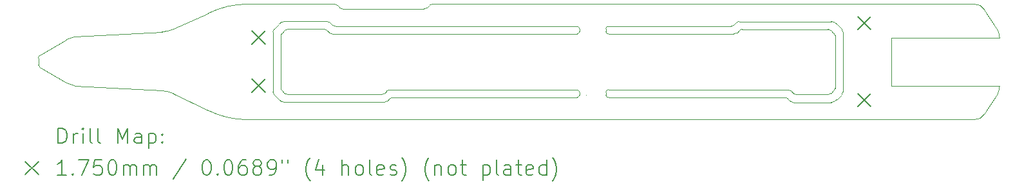
<source format=gbr>
%TF.GenerationSoftware,KiCad,Pcbnew,8.0.6*%
%TF.CreationDate,2024-11-19T14:30:18-08:00*%
%TF.ProjectId,V5ProbeTop,56355072-6f62-4655-946f-702e6b696361,rev?*%
%TF.SameCoordinates,Original*%
%TF.FileFunction,Drillmap*%
%TF.FilePolarity,Positive*%
%FSLAX45Y45*%
G04 Gerber Fmt 4.5, Leading zero omitted, Abs format (unit mm)*
G04 Created by KiCad (PCBNEW 8.0.6) date 2024-11-19 14:30:18*
%MOMM*%
%LPD*%
G01*
G04 APERTURE LIST*
%ADD10C,0.001000*%
%ADD11C,0.200000*%
%ADD12C,0.175000*%
G04 APERTURE END LIST*
D10*
X17080353Y-9088698D02*
G75*
G02*
X17118479Y-9101432I1817J-58002D01*
G01*
X18478500Y-8301156D02*
X18478500Y-8618656D01*
X10502765Y-9152056D02*
G75*
G02*
X10426716Y-9113972I5265J105486D01*
G01*
X11851238Y-9137231D02*
G75*
G02*
X11816147Y-9152054I-34228J32081D01*
G01*
X17689868Y-8085398D02*
G75*
G02*
X17765900Y-8123472I-5268J-105472D01*
G01*
X17189595Y-9152198D02*
G75*
G02*
X17154391Y-9137344I-935J46928D01*
G01*
X17730281Y-8246598D02*
X17686796Y-8203113D01*
X17740331Y-8967788D02*
G75*
G02*
X17730182Y-8991096I-33191J588D01*
G01*
X17842331Y-8222998D02*
X17842131Y-8618798D01*
X10462383Y-8246423D02*
X10505909Y-8202897D01*
X17740331Y-8621798D02*
X17740331Y-8619798D01*
X11063156Y-8085256D02*
X10502670Y-8085256D01*
X10452300Y-8615656D02*
X10452300Y-8967695D01*
X10462347Y-8990853D02*
G75*
G02*
X10452296Y-8967695I23093J23783D01*
G01*
X10462347Y-8990853D02*
X10505920Y-9034426D01*
X16477586Y-8085398D02*
X17689868Y-8085398D01*
X17118453Y-8987051D02*
X14758840Y-8986909D01*
X7634687Y-8324011D02*
G75*
G02*
X7745187Y-8287575I140933J-241629D01*
G01*
X17765903Y-8123470D02*
X17827612Y-8185178D01*
X10350300Y-8222654D02*
X10350500Y-8618656D01*
X19902879Y-8936156D02*
G75*
G02*
X19877450Y-9037807I-184169J-7934D01*
G01*
X17827612Y-8185178D02*
G75*
G02*
X17842332Y-8222998I-35652J-35652D01*
G01*
X10452300Y-8617656D02*
X10452300Y-8615656D01*
X16480642Y-8201869D02*
X16444683Y-8237829D01*
X19572904Y-7856656D02*
X12440363Y-7856656D01*
X16442541Y-8100224D02*
G75*
G02*
X16477586Y-8085398I34229J-32076D01*
G01*
X17730182Y-8991096D02*
X17686729Y-9034550D01*
X11172402Y-8148756D02*
X14345584Y-8148898D01*
X14725397Y-8216358D02*
X14725397Y-8182790D01*
X17647430Y-8187045D02*
G75*
G02*
X17686794Y-8203115I0J-56245D01*
G01*
X7289237Y-8692315D02*
G75*
G02*
X7266382Y-8659257I17653J36635D01*
G01*
X17765946Y-9114083D02*
G75*
G02*
X17689941Y-9152201I-81366J67403D01*
G01*
X10025090Y-7856656D02*
X11161324Y-7856656D01*
X17227695Y-9050551D02*
X17647430Y-9050551D01*
X18478500Y-8936156D02*
X19902879Y-8936156D01*
X12407076Y-7871439D02*
X12371060Y-7907455D01*
X11134306Y-8250403D02*
G75*
G02*
X11096169Y-8237659I-1826J57973D01*
G01*
X17118453Y-8987051D02*
G75*
G02*
X17156585Y-8999788I1817J-58009D01*
G01*
X11058084Y-8199571D02*
X11096170Y-8237657D01*
X11134306Y-8250403D02*
X14345582Y-8250545D01*
X17154392Y-9137343D02*
X17118480Y-9101431D01*
X14379466Y-9054670D02*
X14379466Y-9020892D01*
X19877482Y-8199560D02*
G75*
G02*
X19902878Y-8301156I-158812J-93670D01*
G01*
X12371060Y-7907455D02*
G75*
G02*
X12336639Y-7920156I-36300J45385D01*
G01*
X17080353Y-9088698D02*
X14759379Y-9088556D01*
X14379566Y-8216660D02*
G75*
G02*
X14345582Y-8250539I-33879J0D01*
G01*
X17686729Y-9034550D02*
G75*
G02*
X17647430Y-9050553I-39299J40250D01*
G01*
X17647430Y-9050550D02*
X17647430Y-9050551D01*
X14759381Y-8250545D02*
G75*
G02*
X14725402Y-8216358I-5J33975D01*
G01*
X11268693Y-7920156D02*
X12336639Y-7920156D01*
X17842331Y-9014803D02*
G75*
G02*
X17827614Y-9052414I-50341J-1987D01*
G01*
X14345584Y-8148898D02*
G75*
G02*
X14379568Y-8182881I-8J-33992D01*
G01*
X11925206Y-9088556D02*
X14345482Y-9088556D01*
X14345482Y-8986909D02*
G75*
G02*
X14379467Y-9020892I-6J-33991D01*
G01*
X14725397Y-8182790D02*
G75*
G02*
X14759380Y-8148891I33909J-10D01*
G01*
X9500646Y-9259974D02*
X9041850Y-9035221D01*
X16515757Y-8187045D02*
X17647430Y-8187045D01*
X11887199Y-9101271D02*
G75*
G02*
X11925206Y-9088558I36261J-45239D01*
G01*
X10505909Y-8202897D02*
G75*
G02*
X10545200Y-8186903I39291J-40263D01*
G01*
X16406460Y-8250545D02*
X14759381Y-8250545D01*
X17730281Y-8246598D02*
G75*
G02*
X17740331Y-8269932I-23081J-23772D01*
G01*
X11063156Y-8085256D02*
G75*
G02*
X11096200Y-8097940I944J-46924D01*
G01*
X10426684Y-8123372D02*
X10364670Y-8185386D01*
X16480642Y-8201869D02*
G75*
G02*
X16515757Y-8187049I34238J-32111D01*
G01*
X11851238Y-9137231D02*
X11887199Y-9101271D01*
X11172402Y-8148756D02*
G75*
G02*
X11134274Y-8136015I-1812J57996D01*
G01*
X7289194Y-8529783D02*
X7634687Y-8324011D01*
X17740331Y-8619798D02*
X17740331Y-8967788D01*
X19902880Y-8301156D02*
X18478500Y-8301156D01*
X11096200Y-8097940D02*
X11134274Y-8136015D01*
X7266379Y-8570035D02*
X7266379Y-8659257D01*
X10545200Y-9050409D02*
G75*
G02*
X10505920Y-9034426I0J56259D01*
G01*
X17765946Y-9114083D02*
X17827614Y-9052414D01*
X10350300Y-9014640D02*
X10350500Y-8618656D01*
X19702442Y-9310936D02*
X19877448Y-9037806D01*
X9500668Y-7977327D02*
X9041843Y-8186854D01*
X8891971Y-8999656D02*
G75*
G02*
X9041850Y-9035220I-17941J-409205D01*
G01*
X7289237Y-8692315D02*
X7634548Y-8897977D01*
X19572904Y-7856656D02*
G75*
G02*
X19702520Y-7926507I5626J-144744D01*
G01*
X14725397Y-9020800D02*
X14725397Y-9054211D01*
X8891971Y-8999656D02*
X7745167Y-8934496D01*
X10426684Y-8123372D02*
G75*
G02*
X10502670Y-8085256I81366J-67408D01*
G01*
X14470211Y-9054211D02*
X14470211Y-9054211D01*
X9500668Y-7977327D02*
G75*
G02*
X10025090Y-7856656I511482J-1022963D01*
G01*
X16442541Y-8100224D02*
X16406583Y-8136182D01*
X11849099Y-8999624D02*
G75*
G02*
X11887204Y-8986911I36271J-45256D01*
G01*
X10452300Y-8269663D02*
G75*
G02*
X10462382Y-8246423I33180J-587D01*
G01*
X16368447Y-8148898D02*
X14759380Y-8148898D01*
X16406583Y-8136182D02*
G75*
G02*
X16368447Y-8148898I-36293J45302D01*
G01*
X10365022Y-9052278D02*
G75*
G02*
X10350299Y-9014640I35608J35628D01*
G01*
X14379566Y-8182881D02*
X14379566Y-8216660D01*
X17842331Y-9014803D02*
X17842131Y-8618798D01*
X11778002Y-9050409D02*
X10545200Y-9050409D01*
X19702442Y-9310936D02*
G75*
G02*
X19572992Y-9380656I-123892J74996D01*
G01*
X17740331Y-8621798D02*
X17740331Y-8269932D01*
X7266379Y-8570035D02*
G75*
G02*
X7289193Y-8529779I40511J3635D01*
G01*
X11194700Y-7871556D02*
X11230590Y-7907447D01*
X12407076Y-7871439D02*
G75*
G02*
X12440363Y-7856656I34174J-32081D01*
G01*
X11887205Y-8986909D02*
X14345482Y-8986909D01*
X11268693Y-7920156D02*
G75*
G02*
X11230589Y-7907448I-1813J58046D01*
G01*
X17192471Y-9035676D02*
X17156584Y-8999789D01*
X19572992Y-9380656D02*
X10011840Y-9380656D01*
X18478500Y-8618656D02*
X18478500Y-8936156D01*
X9041843Y-8186854D02*
G75*
G02*
X8891916Y-8222418I-167833J373724D01*
G01*
X17189595Y-9152198D02*
X17689941Y-9152198D01*
X10011840Y-9380656D02*
G75*
G02*
X9500647Y-9259972I10J1143036D01*
G01*
X11813138Y-9035585D02*
G75*
G02*
X11778002Y-9050408I-34248J32125D01*
G01*
X14379466Y-9054670D02*
G75*
G02*
X14345482Y-9088559I-33889J0D01*
G01*
X11813138Y-9035585D02*
X11849099Y-8999624D01*
X10426716Y-9113972D02*
X10365022Y-9052278D01*
X11026939Y-8186903D02*
G75*
G02*
X11058084Y-8199571I-939J-46927D01*
G01*
X19702524Y-7926504D02*
X19877482Y-8199560D01*
X11161324Y-7856656D02*
G75*
G02*
X11194699Y-7871557I-954J-46964D01*
G01*
X10452300Y-8617656D02*
X10452300Y-8269663D01*
X14725397Y-9020800D02*
G75*
G02*
X14758840Y-8986904I33899J0D01*
G01*
X16444683Y-8237829D02*
G75*
G02*
X16406460Y-8250547I-36303J45309D01*
G01*
X11026939Y-8186903D02*
X10545200Y-8186903D01*
X17227695Y-9050551D02*
G75*
G02*
X17192471Y-9035676I-935J46931D01*
G01*
X10545200Y-8186903D02*
X10545200Y-8186903D01*
X7745167Y-8934496D02*
G75*
G02*
X7634547Y-8897979I30453J278056D01*
G01*
X8891916Y-8222419D02*
X7745187Y-8287575D01*
X11816147Y-9152056D02*
X10502765Y-9152056D01*
X10350300Y-8222654D02*
G75*
G02*
X10364672Y-8185387I50360J1985D01*
G01*
X14759379Y-9088556D02*
G75*
G02*
X14725402Y-9054211I-3J33976D01*
G01*
D11*
D12*
X10074079Y-8209646D02*
X10249079Y-8384646D01*
X10249079Y-8209646D02*
X10074079Y-8384646D01*
X10074079Y-8844646D02*
X10249079Y-9019646D01*
X10249079Y-8844646D02*
X10074079Y-9019646D01*
X18037379Y-8019146D02*
X18212379Y-8194146D01*
X18212379Y-8019146D02*
X18037379Y-8194146D01*
X18037379Y-9035146D02*
X18212379Y-9210146D01*
X18212379Y-9035146D02*
X18037379Y-9210146D01*
D11*
X7526943Y-9692297D02*
X7526943Y-9492297D01*
X7526943Y-9492297D02*
X7574562Y-9492297D01*
X7574562Y-9492297D02*
X7603134Y-9501820D01*
X7603134Y-9501820D02*
X7622182Y-9520868D01*
X7622182Y-9520868D02*
X7631705Y-9539916D01*
X7631705Y-9539916D02*
X7641229Y-9578011D01*
X7641229Y-9578011D02*
X7641229Y-9606582D01*
X7641229Y-9606582D02*
X7631705Y-9644677D01*
X7631705Y-9644677D02*
X7622182Y-9663725D01*
X7622182Y-9663725D02*
X7603134Y-9682773D01*
X7603134Y-9682773D02*
X7574562Y-9692297D01*
X7574562Y-9692297D02*
X7526943Y-9692297D01*
X7726943Y-9692297D02*
X7726943Y-9558963D01*
X7726943Y-9597058D02*
X7736467Y-9578011D01*
X7736467Y-9578011D02*
X7745991Y-9568487D01*
X7745991Y-9568487D02*
X7765039Y-9558963D01*
X7765039Y-9558963D02*
X7784086Y-9558963D01*
X7850753Y-9692297D02*
X7850753Y-9558963D01*
X7850753Y-9492297D02*
X7841229Y-9501820D01*
X7841229Y-9501820D02*
X7850753Y-9511344D01*
X7850753Y-9511344D02*
X7860277Y-9501820D01*
X7860277Y-9501820D02*
X7850753Y-9492297D01*
X7850753Y-9492297D02*
X7850753Y-9511344D01*
X7974562Y-9692297D02*
X7955515Y-9682773D01*
X7955515Y-9682773D02*
X7945991Y-9663725D01*
X7945991Y-9663725D02*
X7945991Y-9492297D01*
X8079324Y-9692297D02*
X8060277Y-9682773D01*
X8060277Y-9682773D02*
X8050753Y-9663725D01*
X8050753Y-9663725D02*
X8050753Y-9492297D01*
X8307896Y-9692297D02*
X8307896Y-9492297D01*
X8307896Y-9492297D02*
X8374563Y-9635154D01*
X8374563Y-9635154D02*
X8441229Y-9492297D01*
X8441229Y-9492297D02*
X8441229Y-9692297D01*
X8622182Y-9692297D02*
X8622182Y-9587535D01*
X8622182Y-9587535D02*
X8612658Y-9568487D01*
X8612658Y-9568487D02*
X8593610Y-9558963D01*
X8593610Y-9558963D02*
X8555515Y-9558963D01*
X8555515Y-9558963D02*
X8536467Y-9568487D01*
X8622182Y-9682773D02*
X8603134Y-9692297D01*
X8603134Y-9692297D02*
X8555515Y-9692297D01*
X8555515Y-9692297D02*
X8536467Y-9682773D01*
X8536467Y-9682773D02*
X8526944Y-9663725D01*
X8526944Y-9663725D02*
X8526944Y-9644677D01*
X8526944Y-9644677D02*
X8536467Y-9625630D01*
X8536467Y-9625630D02*
X8555515Y-9616106D01*
X8555515Y-9616106D02*
X8603134Y-9616106D01*
X8603134Y-9616106D02*
X8622182Y-9606582D01*
X8717420Y-9558963D02*
X8717420Y-9758963D01*
X8717420Y-9568487D02*
X8736467Y-9558963D01*
X8736467Y-9558963D02*
X8774563Y-9558963D01*
X8774563Y-9558963D02*
X8793610Y-9568487D01*
X8793610Y-9568487D02*
X8803134Y-9578011D01*
X8803134Y-9578011D02*
X8812658Y-9597058D01*
X8812658Y-9597058D02*
X8812658Y-9654201D01*
X8812658Y-9654201D02*
X8803134Y-9673249D01*
X8803134Y-9673249D02*
X8793610Y-9682773D01*
X8793610Y-9682773D02*
X8774563Y-9692297D01*
X8774563Y-9692297D02*
X8736467Y-9692297D01*
X8736467Y-9692297D02*
X8717420Y-9682773D01*
X8898372Y-9673249D02*
X8907896Y-9682773D01*
X8907896Y-9682773D02*
X8898372Y-9692297D01*
X8898372Y-9692297D02*
X8888848Y-9682773D01*
X8888848Y-9682773D02*
X8898372Y-9673249D01*
X8898372Y-9673249D02*
X8898372Y-9692297D01*
X8898372Y-9568487D02*
X8907896Y-9578011D01*
X8907896Y-9578011D02*
X8898372Y-9587535D01*
X8898372Y-9587535D02*
X8888848Y-9578011D01*
X8888848Y-9578011D02*
X8898372Y-9568487D01*
X8898372Y-9568487D02*
X8898372Y-9587535D01*
D12*
X7091167Y-9933313D02*
X7266167Y-10108313D01*
X7266167Y-9933313D02*
X7091167Y-10108313D01*
D11*
X7631705Y-10112297D02*
X7517420Y-10112297D01*
X7574562Y-10112297D02*
X7574562Y-9912297D01*
X7574562Y-9912297D02*
X7555515Y-9940868D01*
X7555515Y-9940868D02*
X7536467Y-9959916D01*
X7536467Y-9959916D02*
X7517420Y-9969439D01*
X7717420Y-10093249D02*
X7726943Y-10102773D01*
X7726943Y-10102773D02*
X7717420Y-10112297D01*
X7717420Y-10112297D02*
X7707896Y-10102773D01*
X7707896Y-10102773D02*
X7717420Y-10093249D01*
X7717420Y-10093249D02*
X7717420Y-10112297D01*
X7793610Y-9912297D02*
X7926943Y-9912297D01*
X7926943Y-9912297D02*
X7841229Y-10112297D01*
X8098372Y-9912297D02*
X8003134Y-9912297D01*
X8003134Y-9912297D02*
X7993610Y-10007535D01*
X7993610Y-10007535D02*
X8003134Y-9998011D01*
X8003134Y-9998011D02*
X8022182Y-9988487D01*
X8022182Y-9988487D02*
X8069801Y-9988487D01*
X8069801Y-9988487D02*
X8088848Y-9998011D01*
X8088848Y-9998011D02*
X8098372Y-10007535D01*
X8098372Y-10007535D02*
X8107896Y-10026582D01*
X8107896Y-10026582D02*
X8107896Y-10074201D01*
X8107896Y-10074201D02*
X8098372Y-10093249D01*
X8098372Y-10093249D02*
X8088848Y-10102773D01*
X8088848Y-10102773D02*
X8069801Y-10112297D01*
X8069801Y-10112297D02*
X8022182Y-10112297D01*
X8022182Y-10112297D02*
X8003134Y-10102773D01*
X8003134Y-10102773D02*
X7993610Y-10093249D01*
X8231705Y-9912297D02*
X8250753Y-9912297D01*
X8250753Y-9912297D02*
X8269801Y-9921820D01*
X8269801Y-9921820D02*
X8279324Y-9931344D01*
X8279324Y-9931344D02*
X8288848Y-9950392D01*
X8288848Y-9950392D02*
X8298372Y-9988487D01*
X8298372Y-9988487D02*
X8298372Y-10036106D01*
X8298372Y-10036106D02*
X8288848Y-10074201D01*
X8288848Y-10074201D02*
X8279324Y-10093249D01*
X8279324Y-10093249D02*
X8269801Y-10102773D01*
X8269801Y-10102773D02*
X8250753Y-10112297D01*
X8250753Y-10112297D02*
X8231705Y-10112297D01*
X8231705Y-10112297D02*
X8212658Y-10102773D01*
X8212658Y-10102773D02*
X8203134Y-10093249D01*
X8203134Y-10093249D02*
X8193610Y-10074201D01*
X8193610Y-10074201D02*
X8184086Y-10036106D01*
X8184086Y-10036106D02*
X8184086Y-9988487D01*
X8184086Y-9988487D02*
X8193610Y-9950392D01*
X8193610Y-9950392D02*
X8203134Y-9931344D01*
X8203134Y-9931344D02*
X8212658Y-9921820D01*
X8212658Y-9921820D02*
X8231705Y-9912297D01*
X8384086Y-10112297D02*
X8384086Y-9978963D01*
X8384086Y-9998011D02*
X8393610Y-9988487D01*
X8393610Y-9988487D02*
X8412658Y-9978963D01*
X8412658Y-9978963D02*
X8441229Y-9978963D01*
X8441229Y-9978963D02*
X8460277Y-9988487D01*
X8460277Y-9988487D02*
X8469801Y-10007535D01*
X8469801Y-10007535D02*
X8469801Y-10112297D01*
X8469801Y-10007535D02*
X8479325Y-9988487D01*
X8479325Y-9988487D02*
X8498372Y-9978963D01*
X8498372Y-9978963D02*
X8526944Y-9978963D01*
X8526944Y-9978963D02*
X8545991Y-9988487D01*
X8545991Y-9988487D02*
X8555515Y-10007535D01*
X8555515Y-10007535D02*
X8555515Y-10112297D01*
X8650753Y-10112297D02*
X8650753Y-9978963D01*
X8650753Y-9998011D02*
X8660277Y-9988487D01*
X8660277Y-9988487D02*
X8679325Y-9978963D01*
X8679325Y-9978963D02*
X8707896Y-9978963D01*
X8707896Y-9978963D02*
X8726944Y-9988487D01*
X8726944Y-9988487D02*
X8736467Y-10007535D01*
X8736467Y-10007535D02*
X8736467Y-10112297D01*
X8736467Y-10007535D02*
X8745991Y-9988487D01*
X8745991Y-9988487D02*
X8765039Y-9978963D01*
X8765039Y-9978963D02*
X8793610Y-9978963D01*
X8793610Y-9978963D02*
X8812658Y-9988487D01*
X8812658Y-9988487D02*
X8822182Y-10007535D01*
X8822182Y-10007535D02*
X8822182Y-10112297D01*
X9212658Y-9902773D02*
X9041229Y-10159916D01*
X9469801Y-9912297D02*
X9488849Y-9912297D01*
X9488849Y-9912297D02*
X9507896Y-9921820D01*
X9507896Y-9921820D02*
X9517420Y-9931344D01*
X9517420Y-9931344D02*
X9526944Y-9950392D01*
X9526944Y-9950392D02*
X9536468Y-9988487D01*
X9536468Y-9988487D02*
X9536468Y-10036106D01*
X9536468Y-10036106D02*
X9526944Y-10074201D01*
X9526944Y-10074201D02*
X9517420Y-10093249D01*
X9517420Y-10093249D02*
X9507896Y-10102773D01*
X9507896Y-10102773D02*
X9488849Y-10112297D01*
X9488849Y-10112297D02*
X9469801Y-10112297D01*
X9469801Y-10112297D02*
X9450753Y-10102773D01*
X9450753Y-10102773D02*
X9441229Y-10093249D01*
X9441229Y-10093249D02*
X9431706Y-10074201D01*
X9431706Y-10074201D02*
X9422182Y-10036106D01*
X9422182Y-10036106D02*
X9422182Y-9988487D01*
X9422182Y-9988487D02*
X9431706Y-9950392D01*
X9431706Y-9950392D02*
X9441229Y-9931344D01*
X9441229Y-9931344D02*
X9450753Y-9921820D01*
X9450753Y-9921820D02*
X9469801Y-9912297D01*
X9622182Y-10093249D02*
X9631706Y-10102773D01*
X9631706Y-10102773D02*
X9622182Y-10112297D01*
X9622182Y-10112297D02*
X9612658Y-10102773D01*
X9612658Y-10102773D02*
X9622182Y-10093249D01*
X9622182Y-10093249D02*
X9622182Y-10112297D01*
X9755515Y-9912297D02*
X9774563Y-9912297D01*
X9774563Y-9912297D02*
X9793610Y-9921820D01*
X9793610Y-9921820D02*
X9803134Y-9931344D01*
X9803134Y-9931344D02*
X9812658Y-9950392D01*
X9812658Y-9950392D02*
X9822182Y-9988487D01*
X9822182Y-9988487D02*
X9822182Y-10036106D01*
X9822182Y-10036106D02*
X9812658Y-10074201D01*
X9812658Y-10074201D02*
X9803134Y-10093249D01*
X9803134Y-10093249D02*
X9793610Y-10102773D01*
X9793610Y-10102773D02*
X9774563Y-10112297D01*
X9774563Y-10112297D02*
X9755515Y-10112297D01*
X9755515Y-10112297D02*
X9736468Y-10102773D01*
X9736468Y-10102773D02*
X9726944Y-10093249D01*
X9726944Y-10093249D02*
X9717420Y-10074201D01*
X9717420Y-10074201D02*
X9707896Y-10036106D01*
X9707896Y-10036106D02*
X9707896Y-9988487D01*
X9707896Y-9988487D02*
X9717420Y-9950392D01*
X9717420Y-9950392D02*
X9726944Y-9931344D01*
X9726944Y-9931344D02*
X9736468Y-9921820D01*
X9736468Y-9921820D02*
X9755515Y-9912297D01*
X9993610Y-9912297D02*
X9955515Y-9912297D01*
X9955515Y-9912297D02*
X9936468Y-9921820D01*
X9936468Y-9921820D02*
X9926944Y-9931344D01*
X9926944Y-9931344D02*
X9907896Y-9959916D01*
X9907896Y-9959916D02*
X9898372Y-9998011D01*
X9898372Y-9998011D02*
X9898372Y-10074201D01*
X9898372Y-10074201D02*
X9907896Y-10093249D01*
X9907896Y-10093249D02*
X9917420Y-10102773D01*
X9917420Y-10102773D02*
X9936468Y-10112297D01*
X9936468Y-10112297D02*
X9974563Y-10112297D01*
X9974563Y-10112297D02*
X9993610Y-10102773D01*
X9993610Y-10102773D02*
X10003134Y-10093249D01*
X10003134Y-10093249D02*
X10012658Y-10074201D01*
X10012658Y-10074201D02*
X10012658Y-10026582D01*
X10012658Y-10026582D02*
X10003134Y-10007535D01*
X10003134Y-10007535D02*
X9993610Y-9998011D01*
X9993610Y-9998011D02*
X9974563Y-9988487D01*
X9974563Y-9988487D02*
X9936468Y-9988487D01*
X9936468Y-9988487D02*
X9917420Y-9998011D01*
X9917420Y-9998011D02*
X9907896Y-10007535D01*
X9907896Y-10007535D02*
X9898372Y-10026582D01*
X10126944Y-9998011D02*
X10107896Y-9988487D01*
X10107896Y-9988487D02*
X10098372Y-9978963D01*
X10098372Y-9978963D02*
X10088849Y-9959916D01*
X10088849Y-9959916D02*
X10088849Y-9950392D01*
X10088849Y-9950392D02*
X10098372Y-9931344D01*
X10098372Y-9931344D02*
X10107896Y-9921820D01*
X10107896Y-9921820D02*
X10126944Y-9912297D01*
X10126944Y-9912297D02*
X10165039Y-9912297D01*
X10165039Y-9912297D02*
X10184087Y-9921820D01*
X10184087Y-9921820D02*
X10193610Y-9931344D01*
X10193610Y-9931344D02*
X10203134Y-9950392D01*
X10203134Y-9950392D02*
X10203134Y-9959916D01*
X10203134Y-9959916D02*
X10193610Y-9978963D01*
X10193610Y-9978963D02*
X10184087Y-9988487D01*
X10184087Y-9988487D02*
X10165039Y-9998011D01*
X10165039Y-9998011D02*
X10126944Y-9998011D01*
X10126944Y-9998011D02*
X10107896Y-10007535D01*
X10107896Y-10007535D02*
X10098372Y-10017058D01*
X10098372Y-10017058D02*
X10088849Y-10036106D01*
X10088849Y-10036106D02*
X10088849Y-10074201D01*
X10088849Y-10074201D02*
X10098372Y-10093249D01*
X10098372Y-10093249D02*
X10107896Y-10102773D01*
X10107896Y-10102773D02*
X10126944Y-10112297D01*
X10126944Y-10112297D02*
X10165039Y-10112297D01*
X10165039Y-10112297D02*
X10184087Y-10102773D01*
X10184087Y-10102773D02*
X10193610Y-10093249D01*
X10193610Y-10093249D02*
X10203134Y-10074201D01*
X10203134Y-10074201D02*
X10203134Y-10036106D01*
X10203134Y-10036106D02*
X10193610Y-10017058D01*
X10193610Y-10017058D02*
X10184087Y-10007535D01*
X10184087Y-10007535D02*
X10165039Y-9998011D01*
X10298372Y-10112297D02*
X10336468Y-10112297D01*
X10336468Y-10112297D02*
X10355515Y-10102773D01*
X10355515Y-10102773D02*
X10365039Y-10093249D01*
X10365039Y-10093249D02*
X10384087Y-10064677D01*
X10384087Y-10064677D02*
X10393610Y-10026582D01*
X10393610Y-10026582D02*
X10393610Y-9950392D01*
X10393610Y-9950392D02*
X10384087Y-9931344D01*
X10384087Y-9931344D02*
X10374563Y-9921820D01*
X10374563Y-9921820D02*
X10355515Y-9912297D01*
X10355515Y-9912297D02*
X10317420Y-9912297D01*
X10317420Y-9912297D02*
X10298372Y-9921820D01*
X10298372Y-9921820D02*
X10288849Y-9931344D01*
X10288849Y-9931344D02*
X10279325Y-9950392D01*
X10279325Y-9950392D02*
X10279325Y-9998011D01*
X10279325Y-9998011D02*
X10288849Y-10017058D01*
X10288849Y-10017058D02*
X10298372Y-10026582D01*
X10298372Y-10026582D02*
X10317420Y-10036106D01*
X10317420Y-10036106D02*
X10355515Y-10036106D01*
X10355515Y-10036106D02*
X10374563Y-10026582D01*
X10374563Y-10026582D02*
X10384087Y-10017058D01*
X10384087Y-10017058D02*
X10393610Y-9998011D01*
X10469801Y-9912297D02*
X10469801Y-9950392D01*
X10545991Y-9912297D02*
X10545991Y-9950392D01*
X10841230Y-10188487D02*
X10831706Y-10178963D01*
X10831706Y-10178963D02*
X10812658Y-10150392D01*
X10812658Y-10150392D02*
X10803134Y-10131344D01*
X10803134Y-10131344D02*
X10793611Y-10102773D01*
X10793611Y-10102773D02*
X10784087Y-10055154D01*
X10784087Y-10055154D02*
X10784087Y-10017058D01*
X10784087Y-10017058D02*
X10793611Y-9969439D01*
X10793611Y-9969439D02*
X10803134Y-9940868D01*
X10803134Y-9940868D02*
X10812658Y-9921820D01*
X10812658Y-9921820D02*
X10831706Y-9893249D01*
X10831706Y-9893249D02*
X10841230Y-9883725D01*
X11003134Y-9978963D02*
X11003134Y-10112297D01*
X10955515Y-9902773D02*
X10907896Y-10045630D01*
X10907896Y-10045630D02*
X11031706Y-10045630D01*
X11260277Y-10112297D02*
X11260277Y-9912297D01*
X11345991Y-10112297D02*
X11345991Y-10007535D01*
X11345991Y-10007535D02*
X11336468Y-9988487D01*
X11336468Y-9988487D02*
X11317420Y-9978963D01*
X11317420Y-9978963D02*
X11288849Y-9978963D01*
X11288849Y-9978963D02*
X11269801Y-9988487D01*
X11269801Y-9988487D02*
X11260277Y-9998011D01*
X11469801Y-10112297D02*
X11450753Y-10102773D01*
X11450753Y-10102773D02*
X11441230Y-10093249D01*
X11441230Y-10093249D02*
X11431706Y-10074201D01*
X11431706Y-10074201D02*
X11431706Y-10017058D01*
X11431706Y-10017058D02*
X11441230Y-9998011D01*
X11441230Y-9998011D02*
X11450753Y-9988487D01*
X11450753Y-9988487D02*
X11469801Y-9978963D01*
X11469801Y-9978963D02*
X11498372Y-9978963D01*
X11498372Y-9978963D02*
X11517420Y-9988487D01*
X11517420Y-9988487D02*
X11526944Y-9998011D01*
X11526944Y-9998011D02*
X11536468Y-10017058D01*
X11536468Y-10017058D02*
X11536468Y-10074201D01*
X11536468Y-10074201D02*
X11526944Y-10093249D01*
X11526944Y-10093249D02*
X11517420Y-10102773D01*
X11517420Y-10102773D02*
X11498372Y-10112297D01*
X11498372Y-10112297D02*
X11469801Y-10112297D01*
X11650753Y-10112297D02*
X11631706Y-10102773D01*
X11631706Y-10102773D02*
X11622182Y-10083725D01*
X11622182Y-10083725D02*
X11622182Y-9912297D01*
X11803134Y-10102773D02*
X11784087Y-10112297D01*
X11784087Y-10112297D02*
X11745991Y-10112297D01*
X11745991Y-10112297D02*
X11726944Y-10102773D01*
X11726944Y-10102773D02*
X11717420Y-10083725D01*
X11717420Y-10083725D02*
X11717420Y-10007535D01*
X11717420Y-10007535D02*
X11726944Y-9988487D01*
X11726944Y-9988487D02*
X11745991Y-9978963D01*
X11745991Y-9978963D02*
X11784087Y-9978963D01*
X11784087Y-9978963D02*
X11803134Y-9988487D01*
X11803134Y-9988487D02*
X11812658Y-10007535D01*
X11812658Y-10007535D02*
X11812658Y-10026582D01*
X11812658Y-10026582D02*
X11717420Y-10045630D01*
X11888849Y-10102773D02*
X11907896Y-10112297D01*
X11907896Y-10112297D02*
X11945991Y-10112297D01*
X11945991Y-10112297D02*
X11965039Y-10102773D01*
X11965039Y-10102773D02*
X11974563Y-10083725D01*
X11974563Y-10083725D02*
X11974563Y-10074201D01*
X11974563Y-10074201D02*
X11965039Y-10055154D01*
X11965039Y-10055154D02*
X11945991Y-10045630D01*
X11945991Y-10045630D02*
X11917420Y-10045630D01*
X11917420Y-10045630D02*
X11898372Y-10036106D01*
X11898372Y-10036106D02*
X11888849Y-10017058D01*
X11888849Y-10017058D02*
X11888849Y-10007535D01*
X11888849Y-10007535D02*
X11898372Y-9988487D01*
X11898372Y-9988487D02*
X11917420Y-9978963D01*
X11917420Y-9978963D02*
X11945991Y-9978963D01*
X11945991Y-9978963D02*
X11965039Y-9988487D01*
X12041230Y-10188487D02*
X12050753Y-10178963D01*
X12050753Y-10178963D02*
X12069801Y-10150392D01*
X12069801Y-10150392D02*
X12079325Y-10131344D01*
X12079325Y-10131344D02*
X12088849Y-10102773D01*
X12088849Y-10102773D02*
X12098372Y-10055154D01*
X12098372Y-10055154D02*
X12098372Y-10017058D01*
X12098372Y-10017058D02*
X12088849Y-9969439D01*
X12088849Y-9969439D02*
X12079325Y-9940868D01*
X12079325Y-9940868D02*
X12069801Y-9921820D01*
X12069801Y-9921820D02*
X12050753Y-9893249D01*
X12050753Y-9893249D02*
X12041230Y-9883725D01*
X12403134Y-10188487D02*
X12393611Y-10178963D01*
X12393611Y-10178963D02*
X12374563Y-10150392D01*
X12374563Y-10150392D02*
X12365039Y-10131344D01*
X12365039Y-10131344D02*
X12355515Y-10102773D01*
X12355515Y-10102773D02*
X12345992Y-10055154D01*
X12345992Y-10055154D02*
X12345992Y-10017058D01*
X12345992Y-10017058D02*
X12355515Y-9969439D01*
X12355515Y-9969439D02*
X12365039Y-9940868D01*
X12365039Y-9940868D02*
X12374563Y-9921820D01*
X12374563Y-9921820D02*
X12393611Y-9893249D01*
X12393611Y-9893249D02*
X12403134Y-9883725D01*
X12479325Y-9978963D02*
X12479325Y-10112297D01*
X12479325Y-9998011D02*
X12488849Y-9988487D01*
X12488849Y-9988487D02*
X12507896Y-9978963D01*
X12507896Y-9978963D02*
X12536468Y-9978963D01*
X12536468Y-9978963D02*
X12555515Y-9988487D01*
X12555515Y-9988487D02*
X12565039Y-10007535D01*
X12565039Y-10007535D02*
X12565039Y-10112297D01*
X12688849Y-10112297D02*
X12669801Y-10102773D01*
X12669801Y-10102773D02*
X12660277Y-10093249D01*
X12660277Y-10093249D02*
X12650753Y-10074201D01*
X12650753Y-10074201D02*
X12650753Y-10017058D01*
X12650753Y-10017058D02*
X12660277Y-9998011D01*
X12660277Y-9998011D02*
X12669801Y-9988487D01*
X12669801Y-9988487D02*
X12688849Y-9978963D01*
X12688849Y-9978963D02*
X12717420Y-9978963D01*
X12717420Y-9978963D02*
X12736468Y-9988487D01*
X12736468Y-9988487D02*
X12745992Y-9998011D01*
X12745992Y-9998011D02*
X12755515Y-10017058D01*
X12755515Y-10017058D02*
X12755515Y-10074201D01*
X12755515Y-10074201D02*
X12745992Y-10093249D01*
X12745992Y-10093249D02*
X12736468Y-10102773D01*
X12736468Y-10102773D02*
X12717420Y-10112297D01*
X12717420Y-10112297D02*
X12688849Y-10112297D01*
X12812658Y-9978963D02*
X12888849Y-9978963D01*
X12841230Y-9912297D02*
X12841230Y-10083725D01*
X12841230Y-10083725D02*
X12850753Y-10102773D01*
X12850753Y-10102773D02*
X12869801Y-10112297D01*
X12869801Y-10112297D02*
X12888849Y-10112297D01*
X13107896Y-9978963D02*
X13107896Y-10178963D01*
X13107896Y-9988487D02*
X13126944Y-9978963D01*
X13126944Y-9978963D02*
X13165039Y-9978963D01*
X13165039Y-9978963D02*
X13184087Y-9988487D01*
X13184087Y-9988487D02*
X13193611Y-9998011D01*
X13193611Y-9998011D02*
X13203134Y-10017058D01*
X13203134Y-10017058D02*
X13203134Y-10074201D01*
X13203134Y-10074201D02*
X13193611Y-10093249D01*
X13193611Y-10093249D02*
X13184087Y-10102773D01*
X13184087Y-10102773D02*
X13165039Y-10112297D01*
X13165039Y-10112297D02*
X13126944Y-10112297D01*
X13126944Y-10112297D02*
X13107896Y-10102773D01*
X13317420Y-10112297D02*
X13298373Y-10102773D01*
X13298373Y-10102773D02*
X13288849Y-10083725D01*
X13288849Y-10083725D02*
X13288849Y-9912297D01*
X13479325Y-10112297D02*
X13479325Y-10007535D01*
X13479325Y-10007535D02*
X13469801Y-9988487D01*
X13469801Y-9988487D02*
X13450754Y-9978963D01*
X13450754Y-9978963D02*
X13412658Y-9978963D01*
X13412658Y-9978963D02*
X13393611Y-9988487D01*
X13479325Y-10102773D02*
X13460277Y-10112297D01*
X13460277Y-10112297D02*
X13412658Y-10112297D01*
X13412658Y-10112297D02*
X13393611Y-10102773D01*
X13393611Y-10102773D02*
X13384087Y-10083725D01*
X13384087Y-10083725D02*
X13384087Y-10064677D01*
X13384087Y-10064677D02*
X13393611Y-10045630D01*
X13393611Y-10045630D02*
X13412658Y-10036106D01*
X13412658Y-10036106D02*
X13460277Y-10036106D01*
X13460277Y-10036106D02*
X13479325Y-10026582D01*
X13545992Y-9978963D02*
X13622182Y-9978963D01*
X13574563Y-9912297D02*
X13574563Y-10083725D01*
X13574563Y-10083725D02*
X13584087Y-10102773D01*
X13584087Y-10102773D02*
X13603134Y-10112297D01*
X13603134Y-10112297D02*
X13622182Y-10112297D01*
X13765039Y-10102773D02*
X13745992Y-10112297D01*
X13745992Y-10112297D02*
X13707896Y-10112297D01*
X13707896Y-10112297D02*
X13688849Y-10102773D01*
X13688849Y-10102773D02*
X13679325Y-10083725D01*
X13679325Y-10083725D02*
X13679325Y-10007535D01*
X13679325Y-10007535D02*
X13688849Y-9988487D01*
X13688849Y-9988487D02*
X13707896Y-9978963D01*
X13707896Y-9978963D02*
X13745992Y-9978963D01*
X13745992Y-9978963D02*
X13765039Y-9988487D01*
X13765039Y-9988487D02*
X13774563Y-10007535D01*
X13774563Y-10007535D02*
X13774563Y-10026582D01*
X13774563Y-10026582D02*
X13679325Y-10045630D01*
X13945992Y-10112297D02*
X13945992Y-9912297D01*
X13945992Y-10102773D02*
X13926944Y-10112297D01*
X13926944Y-10112297D02*
X13888849Y-10112297D01*
X13888849Y-10112297D02*
X13869801Y-10102773D01*
X13869801Y-10102773D02*
X13860277Y-10093249D01*
X13860277Y-10093249D02*
X13850754Y-10074201D01*
X13850754Y-10074201D02*
X13850754Y-10017058D01*
X13850754Y-10017058D02*
X13860277Y-9998011D01*
X13860277Y-9998011D02*
X13869801Y-9988487D01*
X13869801Y-9988487D02*
X13888849Y-9978963D01*
X13888849Y-9978963D02*
X13926944Y-9978963D01*
X13926944Y-9978963D02*
X13945992Y-9988487D01*
X14022182Y-10188487D02*
X14031706Y-10178963D01*
X14031706Y-10178963D02*
X14050754Y-10150392D01*
X14050754Y-10150392D02*
X14060277Y-10131344D01*
X14060277Y-10131344D02*
X14069801Y-10102773D01*
X14069801Y-10102773D02*
X14079325Y-10055154D01*
X14079325Y-10055154D02*
X14079325Y-10017058D01*
X14079325Y-10017058D02*
X14069801Y-9969439D01*
X14069801Y-9969439D02*
X14060277Y-9940868D01*
X14060277Y-9940868D02*
X14050754Y-9921820D01*
X14050754Y-9921820D02*
X14031706Y-9893249D01*
X14031706Y-9893249D02*
X14022182Y-9883725D01*
M02*

</source>
